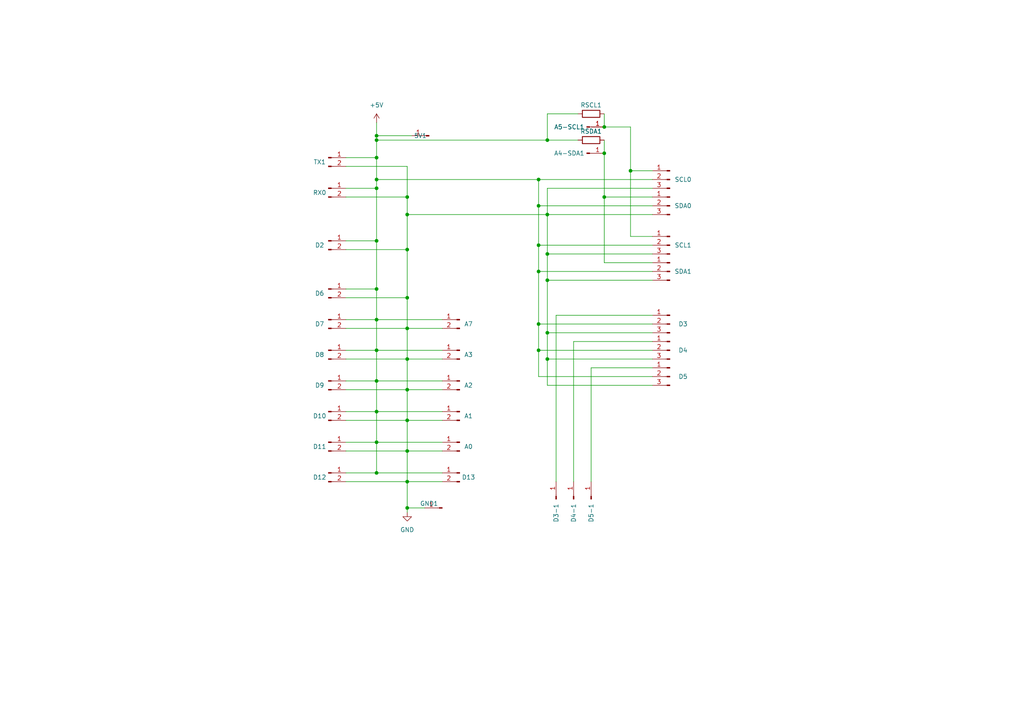
<source format=kicad_sch>
(kicad_sch (version 20211123) (generator eeschema)
  (paper "A4")
  (lib_symbols
    (symbol "Conn_01x01_Male_1" (pin_names (offset 1.016) hide)
      (property "Reference" "5V1" (at 2.54 0 0))
      (symbol "Conn_01x01_Male_1_1_1"
        (polyline (pts (xy 1.27 0) (xy 0.8636 0)) (stroke (width 0.1524)))
        (rectangle (start 0.8636 0.127) (end 0 -0.127) (stroke (width 0.1524)) (fill (type outline)))
        (pin power_out line (at 5.08 0 180) (length 3.81) (name "Pin_1") (number "1"))
      )
    )
    (symbol "Conn_01x01_Male_2" (pin_names (offset 1.016) hide)
      (property "Reference" "GND1" (at 3.81 -1.27 0))
      (symbol "Conn_01x01_Male_2_1_1"
        (polyline (pts (xy 1.27 0) (xy 0.8636 0)) (stroke (width 0.1524)))
        (rectangle (start 0.8636 0.127) (end 0 -0.127) (stroke (width 0.1524)) (fill (type outline)))
        (pin power_out line (at 5.08 0 180) (length 3.81) (name "Pin_1") (number "1"))
      )
    )
    (symbol "Connector:Conn_01x01_Male" (pin_names (offset 1.016) hide)
      (property "Reference" "J" (at 0 2.54 0))
      (property "Value" "Conn_01x01_Male" (at 0 -2.54 0))
      (symbol "Conn_01x01_Male_1_1"
        (polyline (pts (xy 1.27 0) (xy 0.8636 0)) (stroke (width 0.1524)))
        (rectangle (start 0.8636 0.127) (end 0 -0.127) (stroke (width 0.1524)) (fill (type outline)))
        (pin passive line (at 5.08 0 180) (length 3.81) (name "Pin_1") (number "1"))
      )
    )
    (symbol "Connector:Conn_01x02_Male" (pin_names (offset 1.016) hide)
      (property "Reference" "J" (at 0 2.54 0))
      (property "Value" "Conn_01x02_Male" (at 0 -5.08 0))
      (symbol "Conn_01x02_Male_1_1"
        (polyline (pts (xy 1.27 -2.54) (xy 0.8636 -2.54)) (stroke (width 0.1524)))
        (polyline (pts (xy 1.27 0) (xy 0.8636 0)) (stroke (width 0.1524)))
        (rectangle (start 0.8636 -2.413) (end 0 -2.667) (stroke (width 0.1524)) (fill (type outline)))
        (rectangle (start 0.8636 0.127) (end 0 -0.127) (stroke (width 0.1524)) (fill (type outline)))
        (pin passive line (at 5.08 0 180) (length 3.81) (name "Pin_1") (number "1"))
        (pin passive line (at 5.08 -2.54 180) (length 3.81) (name "Pin_2") (number "2"))
      )
    )
    (symbol "Connector:Conn_01x03_Male" (pin_names (offset 1.016) hide)
      (property "Reference" "J" (at 0 5.08 0))
      (property "Value" "Conn_01x03_Male" (at 0 -5.08 0))
      (symbol "Conn_01x03_Male_1_1"
        (polyline (pts (xy 1.27 -2.54) (xy 0.8636 -2.54)) (stroke (width 0.1524)))
        (polyline (pts (xy 1.27 0) (xy 0.8636 0)) (stroke (width 0.1524)))
        (polyline (pts (xy 1.27 2.54) (xy 0.8636 2.54)) (stroke (width 0.1524)))
        (rectangle (start 0.8636 -2.413) (end 0 -2.667) (stroke (width 0.1524)) (fill (type outline)))
        (rectangle (start 0.8636 0.127) (end 0 -0.127) (stroke (width 0.1524)) (fill (type outline)))
        (rectangle (start 0.8636 2.667) (end 0 2.413) (stroke (width 0.1524)) (fill (type outline)))
        (pin passive line (at 5.08 2.54 180) (length 3.81) (name "Pin_1") (number "1"))
        (pin passive line (at 5.08 0 180) (length 3.81) (name "Pin_2") (number "2"))
        (pin passive line (at 5.08 -2.54 180) (length 3.81) (name "Pin_3") (number "3"))
      )
    )
    (symbol "Device:R" (pin_numbers hide) (pin_names (offset 0))
      (property "Reference" "R" (at 2.032 0 90))
      (property "Value" "R" (at 0 0 90))
      (symbol "R_0_1"
        (rectangle (start -1.016 -2.54) (end 1.016 2.54) (stroke (width 0.254)))
      )
      (symbol "R_1_1"
        (pin passive line (at 0 3.81 270) (length 1.27) (name "~") (number "1"))
        (pin passive line (at 0 -3.81 90) (length 1.27) (name "~") (number "2"))
      )
    )
    (symbol "power:+5V" (power) (pin_names (offset 0))
      (property "Value" "+5V" (at 0 3.556 0))
      (symbol "+5V_0_1"
        (polyline (pts (xy -0.762 1.27) (xy 0 2.54)))
        (polyline (pts (xy 0 0) (xy 0 2.54)))
        (polyline (pts (xy 0 2.54) (xy 0.762 1.27)))
      )
      (symbol "+5V_1_1"
        (pin power_in line (at 0 0 90) (length 0) hide (name "+5V") (number "1"))
      )
    )
    (symbol "power:GND" (power) (pin_names (offset 0))
      (property "Value" "GND" (at 0 -3.81 0))
      (symbol "GND_0_1"
        (polyline (pts (xy 0 0) (xy 0 -1.27) (xy 1.27 -1.27) (xy 0 -2.54) (xy -1.27 -1.27) (xy 0 -1.27)))
      )
      (symbol "GND_1_1"
        (pin power_in line (at 0 0 270) (length 0) hide (name "GND") (number "1"))
      )
    )
  )
  (junction (at 118.11 147.32))
  (junction (at 158.75 73.66))
  (junction (at 109.22 92.71))
  (junction (at 158.75 81.28))
  (junction (at 156.21 59.69))
  (junction (at 156.21 78.74))
  (junction (at 109.22 45.72))
  (junction (at 158.75 96.52))
  (junction (at 109.22 69.85))
  (junction (at 118.11 86.36))
  (junction (at 109.22 137.16))
  (junction (at 118.11 130.81))
  (junction (at 175.26 57.15))
  (junction (at 156.21 71.12))
  (junction (at 109.22 52.07))
  (junction (at 158.75 62.23))
  (junction (at 118.11 72.39))
  (junction (at 118.11 62.23))
  (junction (at 109.22 39.37))
  (junction (at 118.11 104.14))
  (junction (at 109.22 101.6))
  (junction (at 175.26 44.45))
  (junction (at 182.88 49.53))
  (junction (at 156.21 52.07))
  (junction (at 158.75 40.64))
  (junction (at 118.11 113.03))
  (junction (at 109.22 54.61))
  (junction (at 175.26 36.83))
  (junction (at 109.22 40.64))
  (junction (at 156.21 101.6))
  (junction (at 109.22 110.49))
  (junction (at 109.22 128.27))
  (junction (at 158.75 104.14))
  (junction (at 118.11 95.25))
  (junction (at 109.22 119.38))
  (junction (at 118.11 139.7))
  (junction (at 118.11 57.15))
  (junction (at 109.22 83.82))
  (junction (at 118.11 121.92))
  (junction (at 156.21 93.98))
  (wire (pts (xy 100.33 113.03) (xy 118.11 113.03)))
  (wire (pts (xy 100.33 57.15) (xy 118.11 57.15)))
  (wire (pts (xy 118.11 95.25) (xy 128.27 95.25)))
  (wire (pts (xy 156.21 78.74) (xy 189.23 78.74)))
  (wire (pts (xy 158.75 81.28) (xy 189.23 81.28)))
  (wire (pts (xy 100.33 69.85) (xy 109.22 69.85)))
  (wire (pts (xy 158.75 33.02) (xy 158.75 40.64)))
  (wire (pts (xy 100.33 92.71) (xy 109.22 92.71)))
  (wire (pts (xy 118.11 113.03) (xy 118.11 121.92)))
  (wire (pts (xy 158.75 73.66) (xy 189.23 73.66)))
  (wire (pts (xy 156.21 101.6) (xy 156.21 109.22)))
  (wire (pts (xy 100.33 86.36) (xy 118.11 86.36)))
  (wire (pts (xy 100.33 119.38) (xy 109.22 119.38)))
  (wire (pts (xy 171.45 106.68) (xy 171.45 139.7)))
  (wire (pts (xy 118.11 139.7) (xy 128.27 139.7)))
  (wire (pts (xy 109.22 39.37) (xy 119.38 39.37)))
  (wire (pts (xy 158.75 104.14) (xy 189.23 104.14)))
  (wire (pts (xy 182.88 36.83) (xy 182.88 49.53)))
  (wire (pts (xy 158.75 62.23) (xy 189.23 62.23)))
  (wire (pts (xy 118.11 104.14) (xy 118.11 95.25)))
  (wire (pts (xy 156.21 71.12) (xy 189.23 71.12)))
  (wire (pts (xy 109.22 83.82) (xy 109.22 92.71)))
  (wire (pts (xy 118.11 104.14) (xy 128.27 104.14)))
  (wire (pts (xy 100.33 130.81) (xy 118.11 130.81)))
  (wire (pts (xy 100.33 101.6) (xy 109.22 101.6)))
  (wire (pts (xy 158.75 54.61) (xy 189.23 54.61)))
  (wire (pts (xy 158.75 54.61) (xy 158.75 62.23)))
  (wire (pts (xy 100.33 83.82) (xy 109.22 83.82)))
  (wire (pts (xy 175.26 33.02) (xy 175.26 36.83)))
  (wire (pts (xy 158.75 96.52) (xy 189.23 96.52)))
  (wire (pts (xy 156.21 93.98) (xy 189.23 93.98)))
  (wire (pts (xy 109.22 45.72) (xy 109.22 52.07)))
  (wire (pts (xy 109.22 101.6) (xy 128.27 101.6)))
  (wire (pts (xy 118.11 113.03) (xy 118.11 104.14)))
  (wire (pts (xy 118.11 113.03) (xy 128.27 113.03)))
  (wire (pts (xy 100.33 95.25) (xy 118.11 95.25)))
  (wire (pts (xy 118.11 57.15) (xy 118.11 62.23)))
  (wire (pts (xy 100.33 128.27) (xy 109.22 128.27)))
  (wire (pts (xy 109.22 52.07) (xy 109.22 54.61)))
  (wire (pts (xy 156.21 59.69) (xy 156.21 71.12)))
  (wire (pts (xy 167.64 33.02) (xy 158.75 33.02)))
  (wire (pts (xy 189.23 106.68) (xy 171.45 106.68)))
  (wire (pts (xy 158.75 62.23) (xy 158.75 73.66)))
  (wire (pts (xy 109.22 137.16) (xy 128.27 137.16)))
  (wire (pts (xy 118.11 139.7) (xy 118.11 147.32)))
  (wire (pts (xy 109.22 128.27) (xy 128.27 128.27)))
  (wire (pts (xy 158.75 96.52) (xy 158.75 104.14)))
  (wire (pts (xy 100.33 110.49) (xy 109.22 110.49)))
  (wire (pts (xy 175.26 40.64) (xy 175.26 44.45)))
  (wire (pts (xy 156.21 52.07) (xy 156.21 59.69)))
  (wire (pts (xy 109.22 119.38) (xy 109.22 128.27)))
  (wire (pts (xy 100.33 121.92) (xy 118.11 121.92)))
  (wire (pts (xy 156.21 93.98) (xy 156.21 101.6)))
  (wire (pts (xy 182.88 49.53) (xy 182.88 68.58)))
  (wire (pts (xy 109.22 101.6) (xy 109.22 110.49)))
  (wire (pts (xy 182.88 49.53) (xy 189.23 49.53)))
  (wire (pts (xy 158.75 73.66) (xy 158.75 81.28)))
  (wire (pts (xy 182.88 68.58) (xy 189.23 68.58)))
  (wire (pts (xy 109.22 110.49) (xy 128.27 110.49)))
  (wire (pts (xy 109.22 54.61) (xy 109.22 69.85)))
  (wire (pts (xy 166.37 139.7) (xy 166.37 99.06)))
  (wire (pts (xy 175.26 57.15) (xy 189.23 57.15)))
  (wire (pts (xy 118.11 121.92) (xy 118.11 130.81)))
  (wire (pts (xy 118.11 57.15) (xy 118.11 48.26)))
  (wire (pts (xy 109.22 92.71) (xy 109.22 101.6)))
  (wire (pts (xy 175.26 36.83) (xy 182.88 36.83)))
  (wire (pts (xy 100.33 45.72) (xy 109.22 45.72)))
  (wire (pts (xy 118.11 62.23) (xy 118.11 72.39)))
  (wire (pts (xy 118.11 130.81) (xy 118.11 139.7)))
  (wire (pts (xy 161.29 91.44) (xy 161.29 139.7)))
  (wire (pts (xy 175.26 76.2) (xy 189.23 76.2)))
  (wire (pts (xy 118.11 86.36) (xy 118.11 72.39)))
  (wire (pts (xy 156.21 71.12) (xy 156.21 78.74)))
  (wire (pts (xy 109.22 35.56) (xy 109.22 39.37)))
  (wire (pts (xy 166.37 99.06) (xy 189.23 99.06)))
  (wire (pts (xy 156.21 78.74) (xy 156.21 93.98)))
  (wire (pts (xy 156.21 52.07) (xy 189.23 52.07)))
  (wire (pts (xy 158.75 62.23) (xy 118.11 62.23)))
  (wire (pts (xy 100.33 139.7) (xy 118.11 139.7)))
  (wire (pts (xy 118.11 147.32) (xy 118.11 148.59)))
  (wire (pts (xy 109.22 119.38) (xy 128.27 119.38)))
  (wire (pts (xy 109.22 137.16) (xy 100.33 137.16)))
  (wire (pts (xy 158.75 104.14) (xy 158.75 111.76)))
  (wire (pts (xy 109.22 52.07) (xy 156.21 52.07)))
  (wire (pts (xy 189.23 91.44) (xy 161.29 91.44)))
  (wire (pts (xy 109.22 110.49) (xy 109.22 119.38)))
  (wire (pts (xy 109.22 40.64) (xy 158.75 40.64)))
  (wire (pts (xy 109.22 92.71) (xy 128.27 92.71)))
  (wire (pts (xy 189.23 101.6) (xy 156.21 101.6)))
  (wire (pts (xy 156.21 109.22) (xy 189.23 109.22)))
  (wire (pts (xy 118.11 121.92) (xy 128.27 121.92)))
  (wire (pts (xy 118.11 147.32) (xy 123.19 147.32)))
  (wire (pts (xy 118.11 48.26) (xy 100.33 48.26)))
  (wire (pts (xy 100.33 72.39) (xy 118.11 72.39)))
  (wire (pts (xy 158.75 40.64) (xy 167.64 40.64)))
  (wire (pts (xy 175.26 57.15) (xy 175.26 76.2)))
  (wire (pts (xy 158.75 81.28) (xy 158.75 96.52)))
  (wire (pts (xy 100.33 54.61) (xy 109.22 54.61)))
  (wire (pts (xy 175.26 44.45) (xy 175.26 57.15)))
  (wire (pts (xy 156.21 59.69) (xy 189.23 59.69)))
  (wire (pts (xy 109.22 128.27) (xy 109.22 137.16)))
  (wire (pts (xy 118.11 95.25) (xy 118.11 86.36)))
  (wire (pts (xy 109.22 40.64) (xy 109.22 45.72)))
  (wire (pts (xy 109.22 69.85) (xy 109.22 83.82)))
  (wire (pts (xy 100.33 104.14) (xy 118.11 104.14)))
  (wire (pts (xy 109.22 39.37) (xy 109.22 40.64)))
  (wire (pts (xy 158.75 111.76) (xy 189.23 111.76)))
  (wire (pts (xy 118.11 130.81) (xy 128.27 130.81)))
  (symbol (lib_id "Connector:Conn_01x01_Male") (at 161.29 144.78 90) (unit 1)
    (property "Reference" "D3-1" (at 161.29 146.05 0) (effects (justify right)))
    (property "Value" "Conn_01x01_Male" (effects hide))
    (property "Footprint" "Connector_PinHeader_2.54mm:PinHeader_1x01_P2.54mm_Vertical" (effects hide))
  )
  (symbol (lib_id "Connector:Conn_01x01_Male") (at 170.18 36.83 0) (unit 1)
    (property "Reference" "A5-SCL1" (at 165.1 36.83 0))
    (property "Value" "Conn_01x01_Male" (effects hide))
    (property "Footprint" "Connector_PinHeader_2.54mm:PinHeader_1x01_P2.54mm_Vertical" (effects hide))
  )
  (symbol (lib_id "Connector:Conn_01x02_Male") (at 95.25 54.61 0) (unit 1)
    (property "Reference" "RX0" (at 92.71 55.88 0))
    (property "Value" "Conn_01x02_Male" (effects hide))
    (property "Footprint" "Connector_PinHeader_2.54mm:PinHeader_1x02_P2.54mm_Vertical" (effects hide))
  )
  (symbol (lib_id "Connector:Conn_01x01_Male") (at 170.18 44.45 0) (unit 1)
    (property "Reference" "A4-SDA1" (at 165.1 44.45 0))
    (property "Value" "Conn_01x01_Male" (effects hide))
    (property "Footprint" "Connector_PinHeader_2.54mm:PinHeader_1x01_P2.54mm_Vertical" (effects hide))
  )
  (symbol (lib_id "Connector:Conn_01x02_Male") (at 133.35 128.27 0) (mirror y) (unit 1)
    (property "Reference" "A0" (at 135.89 129.54 0))
    (property "Value" "Conn_01x02_Male" (effects hide))
    (property "Footprint" "Connector_PinHeader_2.54mm:PinHeader_1x02_P2.54mm_Vertical" (effects hide))
  )
  (symbol (lib_id "Connector:Conn_01x02_Male") (at 95.25 101.6 0) (unit 1)
    (property "Reference" "D8" (at 92.71 102.87 0))
    (property "Value" "Conn_01x02_Male" (effects hide))
    (property "Footprint" "Connector_PinHeader_2.54mm:PinHeader_1x02_P2.54mm_Vertical" (effects hide))
  )
  (symbol (lib_id "Connector:Conn_01x03_Male") (at 194.31 78.74 0) (mirror y) (unit 1)
    (property "Reference" "SDA1" (at 198.12 78.74 0))
    (property "Value" "Conn_01x03_Male" (effects hide))
    (property "Footprint" "Connector_PinHeader_2.54mm:PinHeader_1x03_P2.54mm_Vertical" (effects hide))
  )
  (symbol (lib_id "Connector:Conn_01x03_Male") (at 194.31 101.6 0) (mirror y) (unit 1)
    (property "Reference" "D4" (at 198.12 101.6 0))
    (property "Value" "Conn_01x03_Male" (effects hide))
    (property "Footprint" "Connector_PinHeader_2.54mm:PinHeader_1x03_P2.54mm_Vertical" (effects hide))
  )
  (symbol (lib_id "Connector:Conn_01x01_Male") (at 166.37 144.78 90) (unit 1)
    (property "Reference" "D4-1" (at 166.37 146.05 0) (effects (justify right)))
    (property "Value" "Conn_01x01_Male" (effects hide))
    (property "Footprint" "Connector_PinHeader_2.54mm:PinHeader_1x01_P2.54mm_Vertical" (effects hide))
  )
  (symbol (lib_id "power:GND") (at 118.11 148.59 0) (unit 1)
    (property "Reference" "#PWR0102" (effects hide))
    (property "Value" "GND" (at 118.11 153.67 0))
  )
  (symbol (lib_name "Conn_01x01_Male_2") (lib_id "Connector:Conn_01x01_Male") (at 128.27 147.32 180) (unit 1)
    (property "Reference" "GND1" (at 124.46 146.05 0))
    (property "Value" "Conn_01x01_Male" (effects hide))
    (property "Footprint" "Connector_PinHeader_2.54mm:PinHeader_1x01_P2.54mm_Vertical" (effects hide))
  )
  (symbol (lib_id "power:+5V") (at 109.22 35.56 0) (unit 1)
    (property "Reference" "#PWR0101" (effects hide))
    (property "Value" "+5V" (at 109.22 30.48 0))
  )
  (symbol (lib_id "Connector:Conn_01x02_Male") (at 133.35 119.38 0) (mirror y) (unit 1)
    (property "Reference" "A1" (at 135.89 120.65 0))
    (property "Value" "Conn_01x02_Male" (effects hide))
    (property "Footprint" "Connector_PinHeader_2.54mm:PinHeader_1x02_P2.54mm_Vertical" (effects hide))
  )
  (symbol (lib_id "Connector:Conn_01x02_Male") (at 95.25 69.85 0) (unit 1)
    (property "Reference" "D2" (at 92.71 71.12 0))
    (property "Value" "Conn_01x02_Male" (effects hide))
    (property "Footprint" "Connector_PinHeader_2.54mm:PinHeader_1x02_P2.54mm_Vertical" (effects hide))
  )
  (symbol (lib_name "Conn_01x01_Male_1") (lib_id "Connector:Conn_01x01_Male") (at 124.46 39.37 180) (unit 1)
    (property "Reference" "5V1" (at 121.92 39.37 0))
    (property "Value" "Conn_01x01_Male" (effects hide))
    (property "Footprint" "Connector_PinHeader_2.54mm:PinHeader_1x01_P2.54mm_Vertical" (effects hide))
  )
  (symbol (lib_id "Connector:Conn_01x02_Male") (at 133.35 110.49 0) (mirror y) (unit 1)
    (property "Reference" "A2" (at 135.89 111.76 0))
    (property "Value" "Conn_01x02_Male" (effects hide))
    (property "Footprint" "Connector_PinHeader_2.54mm:PinHeader_1x02_P2.54mm_Vertical" (effects hide))
  )
  (symbol (lib_id "Device:R") (at 171.45 33.02 90) (unit 1)
    (property "Reference" "RSCL1" (at 171.45 30.48 90))
    (property "Value" "R" (effects hide))
    (property "Footprint" "Resistor_THT:R_Axial_DIN0207_L6.3mm_D2.5mm_P7.62mm_Horizontal" (effects hide))
  )
  (symbol (lib_id "Device:R") (at 171.45 40.64 90) (unit 1)
    (property "Reference" "RSDA1" (at 171.45 38.1 90))
    (property "Value" "R" (effects hide))
    (property "Footprint" "Resistor_THT:R_Axial_DIN0207_L6.3mm_D2.5mm_P7.62mm_Horizontal" (effects hide))
  )
  (symbol (lib_id "Connector:Conn_01x02_Male") (at 95.25 110.49 0) (unit 1)
    (property "Reference" "D9" (at 92.71 111.76 0))
    (property "Value" "Conn_01x02_Male" (effects hide))
    (property "Footprint" "Connector_PinHeader_2.54mm:PinHeader_1x02_P2.54mm_Vertical" (effects hide))
  )
  (symbol (lib_id "Connector:Conn_01x02_Male") (at 133.35 137.16 0) (mirror y) (unit 1)
    (property "Reference" "D13" (at 135.89 138.43 0))
    (property "Value" "Conn_01x02_Male" (effects hide))
    (property "Footprint" "Connector_PinHeader_2.54mm:PinHeader_1x02_P2.54mm_Vertical" (effects hide))
  )
  (symbol (lib_id "Connector:Conn_01x02_Male") (at 95.25 45.72 0) (unit 1)
    (property "Reference" "TX1" (at 92.71 46.99 0))
    (property "Value" "Conn_01x02_Male" (effects hide))
    (property "Footprint" "Connector_PinHeader_2.54mm:PinHeader_1x02_P2.54mm_Vertical" (effects hide))
  )
  (symbol (lib_id "Connector:Conn_01x02_Male") (at 133.35 92.71 0) (mirror y) (unit 1)
    (property "Reference" "A7" (at 135.89 93.98 0))
    (property "Value" "Conn_01x02_Male" (effects hide))
    (property "Footprint" "Connector_PinHeader_2.54mm:PinHeader_1x02_P2.54mm_Vertical" (effects hide))
  )
  (symbol (lib_id "Connector:Conn_01x03_Male") (at 194.31 109.22 0) (mirror y) (unit 1)
    (property "Reference" "D5" (at 198.12 109.22 0))
    (property "Value" "Conn_01x03_Male" (effects hide))
    (property "Footprint" "Connector_PinHeader_2.54mm:PinHeader_1x03_P2.54mm_Vertical" (effects hide))
  )
  (symbol (lib_id "Connector:Conn_01x02_Male") (at 95.25 92.71 0) (unit 1)
    (property "Reference" "D7" (at 92.71 93.98 0))
    (property "Value" "Conn_01x02_Male" (effects hide))
    (property "Footprint" "Connector_PinHeader_2.54mm:PinHeader_1x02_P2.54mm_Vertical" (effects hide))
  )
  (symbol (lib_id "Connector:Conn_01x03_Male") (at 194.31 52.07 0) (mirror y) (unit 1)
    (property "Reference" "SCL0" (at 198.12 52.07 0))
    (property "Value" "Conn_01x03_Male" (effects hide))
    (property "Footprint" "Connector_PinHeader_2.54mm:PinHeader_1x03_P2.54mm_Vertical" (effects hide))
  )
  (symbol (lib_id "Connector:Conn_01x03_Male") (at 194.31 59.69 0) (mirror y) (unit 1)
    (property "Reference" "SDA0" (at 198.12 59.69 0))
    (property "Value" "Conn_01x03_Male" (effects hide))
    (property "Footprint" "Connector_PinHeader_2.54mm:PinHeader_1x03_P2.54mm_Vertical" (effects hide))
  )
  (symbol (lib_id "Connector:Conn_01x02_Male") (at 95.25 128.27 0) (unit 1)
    (property "Reference" "D11" (at 92.71 129.54 0))
    (property "Value" "Conn_01x02_Male" (effects hide))
    (property "Footprint" "Connector_PinHeader_2.54mm:PinHeader_1x02_P2.54mm_Vertical" (effects hide))
  )
  (symbol (lib_id "Connector:Conn_01x02_Male") (at 133.35 101.6 0) (mirror y) (unit 1)
    (property "Reference" "A3" (at 135.89 102.87 0))
    (property "Value" "Conn_01x02_Male" (effects hide))
    (property "Footprint" "Connector_PinHeader_2.54mm:PinHeader_1x02_P2.54mm_Vertical" (effects hide))
  )
  (symbol (lib_id "Connector:Conn_01x02_Male") (at 95.25 83.82 0) (unit 1)
    (property "Reference" "D6" (at 92.71 85.09 0))
    (property "Value" "Conn_01x02_Male" (effects hide))
    (property "Footprint" "Connector_PinHeader_2.54mm:PinHeader_1x02_P2.54mm_Vertical" (effects hide))
  )
  (symbol (lib_id "Connector:Conn_01x03_Male") (at 194.31 93.98 0) (mirror y) (unit 1)
    (property "Reference" "D3" (at 198.12 93.98 0))
    (property "Value" "Conn_01x03_Male" (effects hide))
    (property "Footprint" "Connector_PinHeader_2.54mm:PinHeader_1x03_P2.54mm_Vertical" (effects hide))
  )
  (symbol (lib_id "Connector:Conn_01x03_Male") (at 194.31 71.12 0) (mirror y) (unit 1)
    (property "Reference" "SCL1" (at 198.12 71.12 0))
    (property "Value" "Conn_01x03_Male" (effects hide))
    (property "Footprint" "Connector_PinHeader_2.54mm:PinHeader_1x03_P2.54mm_Vertical" (effects hide))
  )
  (symbol (lib_id "Connector:Conn_01x02_Male") (at 95.25 119.38 0) (unit 1)
    (property "Reference" "D10" (at 92.71 120.65 0))
    (property "Value" "Conn_01x02_Male" (effects hide))
    (property "Footprint" "Connector_PinHeader_2.54mm:PinHeader_1x02_P2.54mm_Vertical" (effects hide))
  )
  (symbol (lib_id "Connector:Conn_01x01_Male") (at 171.45 144.78 90) (unit 1)
    (property "Reference" "D5-1" (at 171.45 146.05 0) (effects (justify right)))
    (property "Value" "Conn_01x01_Male" (effects hide))
    (property "Footprint" "Connector_PinHeader_2.54mm:PinHeader_1x01_P2.54mm_Vertical" (effects hide))
  )
  (symbol (lib_id "Connector:Conn_01x02_Male") (at 95.25 137.16 0) (unit 1)
    (property "Reference" "D12" (at 92.71 138.43 0))
    (property "Value" "Conn_01x02_Male" (effects hide))
    (property "Footprint" "Connector_PinHeader_2.54mm:PinHeader_1x02_P2.54mm_Vertical" (effects hide))
  )
)
</source>
